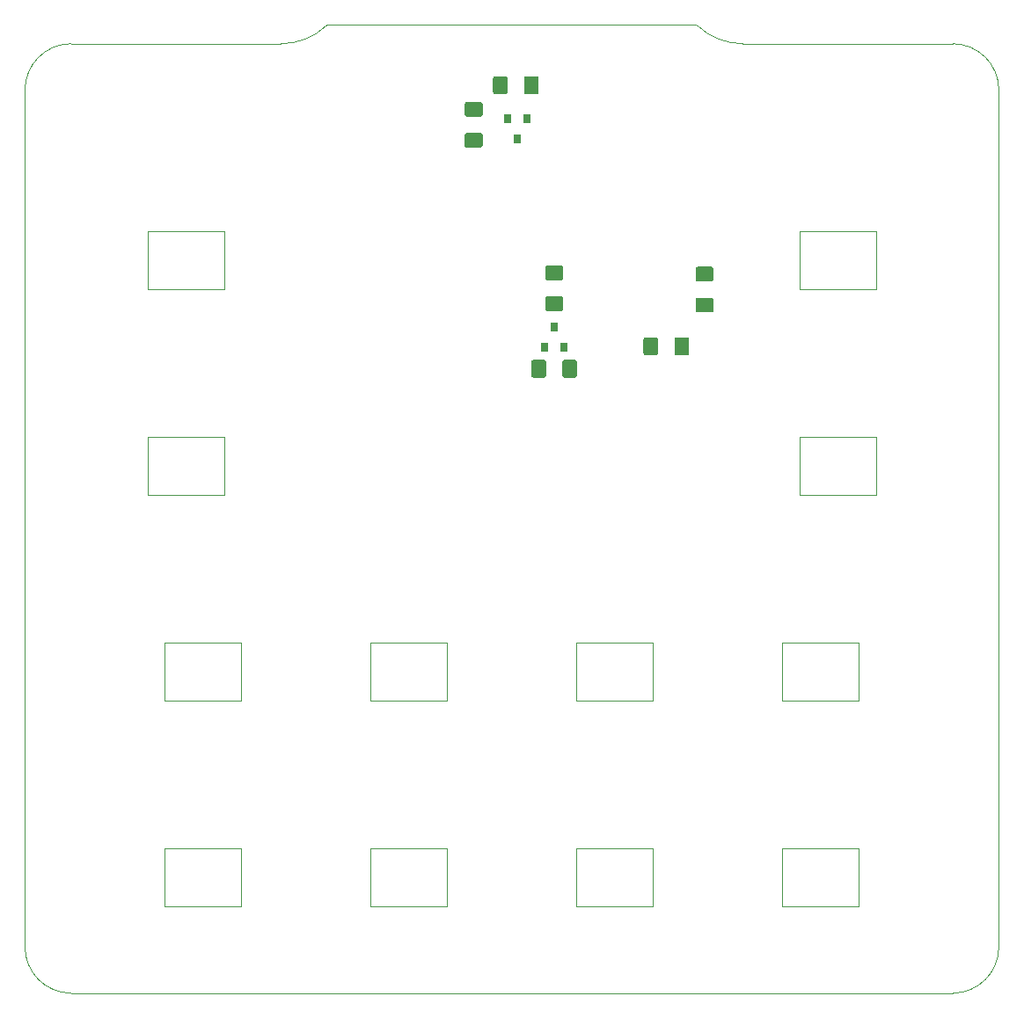
<source format=gbr>
G04 #@! TF.GenerationSoftware,KiCad,Pcbnew,(5.1.5)-3*
G04 #@! TF.CreationDate,2020-06-30T23:50:15-07:00*
G04 #@! TF.ProjectId,keypadV2,6b657970-6164-4563-922e-6b696361645f,rev?*
G04 #@! TF.SameCoordinates,Original*
G04 #@! TF.FileFunction,Paste,Top*
G04 #@! TF.FilePolarity,Positive*
%FSLAX46Y46*%
G04 Gerber Fmt 4.6, Leading zero omitted, Abs format (unit mm)*
G04 Created by KiCad (PCBNEW (5.1.5)-3) date 2020-06-30 23:50:15*
%MOMM*%
%LPD*%
G04 APERTURE LIST*
%ADD10C,0.050000*%
%ADD11C,0.120000*%
%ADD12C,0.100000*%
%ADD13R,0.800000X0.900000*%
G04 APERTURE END LIST*
D10*
X154178000Y-69024500D02*
X154178000Y-63436500D01*
X146812000Y-69024500D02*
X154178000Y-69024500D01*
X154178000Y-63436500D02*
X146812000Y-63436500D01*
X146812000Y-63436500D02*
X146812000Y-69024500D01*
X154178000Y-88836500D02*
X154178000Y-83248500D01*
X146812000Y-88836500D02*
X154178000Y-88836500D01*
X154178000Y-83248500D02*
X146812000Y-83248500D01*
X146812000Y-83248500D02*
X146812000Y-88836500D01*
X155829000Y-108648500D02*
X155829000Y-103060500D01*
X148463000Y-108648500D02*
X155829000Y-108648500D01*
X155829000Y-103060500D02*
X148463000Y-103060500D01*
X148463000Y-103060500D02*
X148463000Y-108648500D01*
X155829000Y-128460500D02*
X155829000Y-122872500D01*
X148463000Y-128460500D02*
X155829000Y-128460500D01*
X155829000Y-122872500D02*
X148463000Y-122872500D01*
X148463000Y-122872500D02*
X148463000Y-128460500D01*
X175641000Y-128460500D02*
X175641000Y-122872500D01*
X168275000Y-128460500D02*
X175641000Y-128460500D01*
X175641000Y-122872500D02*
X168275000Y-122872500D01*
X168275000Y-122872500D02*
X168275000Y-128460500D01*
X175641000Y-108648500D02*
X175641000Y-103060500D01*
X168275000Y-108648500D02*
X175641000Y-108648500D01*
X175641000Y-103060500D02*
X168275000Y-103060500D01*
X168275000Y-103060500D02*
X168275000Y-108648500D01*
X195453000Y-108648500D02*
X195453000Y-103060500D01*
X188087000Y-108648500D02*
X195453000Y-108648500D01*
X195453000Y-103060500D02*
X188087000Y-103060500D01*
X188087000Y-103060500D02*
X188087000Y-108648500D01*
X195453000Y-128460500D02*
X195453000Y-122872500D01*
X188087000Y-128460500D02*
X195453000Y-128460500D01*
X195453000Y-122872500D02*
X188087000Y-122872500D01*
X188087000Y-122872500D02*
X188087000Y-128460500D01*
X215265000Y-128460500D02*
X215265000Y-122872500D01*
X207899000Y-128460500D02*
X215265000Y-128460500D01*
X215265000Y-122872500D02*
X207899000Y-122872500D01*
X207899000Y-122872500D02*
X207899000Y-128460500D01*
X215265000Y-108648500D02*
X215265000Y-103060500D01*
X207899000Y-108648500D02*
X215265000Y-108648500D01*
X215265000Y-103060500D02*
X207899000Y-103060500D01*
X207899000Y-103060500D02*
X207899000Y-108648500D01*
X216916000Y-83248500D02*
X209550000Y-83248500D01*
X209550000Y-88836500D02*
X216916000Y-88836500D01*
X216916000Y-88836500D02*
X216916000Y-83248500D01*
X209550000Y-83248500D02*
X209550000Y-88836500D01*
X216916000Y-69024500D02*
X216916000Y-63436500D01*
X209550000Y-69024500D02*
X216916000Y-69024500D01*
X209550000Y-63436500D02*
X209550000Y-69024500D01*
X216916000Y-63436500D02*
X209550000Y-63436500D01*
X224282000Y-45402500D02*
X204089000Y-45402500D01*
X199459533Y-43557442D02*
X164268467Y-43557442D01*
X199728941Y-43669034D02*
G75*
G03X204089000Y-45402500I4360059J4616534D01*
G01*
X199728941Y-43669034D02*
G75*
G03X199459533Y-43557442I-269408J-269408D01*
G01*
X163999059Y-43669034D02*
G75*
G02X164268467Y-43557442I269408J-269408D01*
G01*
X163999059Y-43669034D02*
G75*
G02X159639000Y-45402500I-4360059J4616534D01*
G01*
X139446000Y-45402500D02*
X159639000Y-45402500D01*
X135001000Y-49847500D02*
X135001000Y-132397500D01*
X224282000Y-136842500D02*
X139446000Y-136842500D01*
X228727000Y-49847500D02*
X228727000Y-132397500D01*
D11*
X135001000Y-49847500D02*
G75*
G02X139446000Y-45402500I4445000J0D01*
G01*
X224282000Y-45402500D02*
G75*
G02X228727000Y-49847500I0J-4445000D01*
G01*
X228727000Y-132397500D02*
G75*
G02X224282000Y-136842500I-4445000J0D01*
G01*
X139446000Y-136842500D02*
G75*
G02X135001000Y-132397500I0J4445000D01*
G01*
D12*
G36*
X201055504Y-69864204D02*
G01*
X201079773Y-69867804D01*
X201103571Y-69873765D01*
X201126671Y-69882030D01*
X201148849Y-69892520D01*
X201169893Y-69905133D01*
X201189598Y-69919747D01*
X201207777Y-69936223D01*
X201224253Y-69954402D01*
X201238867Y-69974107D01*
X201251480Y-69995151D01*
X201261970Y-70017329D01*
X201270235Y-70040429D01*
X201276196Y-70064227D01*
X201279796Y-70088496D01*
X201281000Y-70113000D01*
X201281000Y-71038000D01*
X201279796Y-71062504D01*
X201276196Y-71086773D01*
X201270235Y-71110571D01*
X201261970Y-71133671D01*
X201251480Y-71155849D01*
X201238867Y-71176893D01*
X201224253Y-71196598D01*
X201207777Y-71214777D01*
X201189598Y-71231253D01*
X201169893Y-71245867D01*
X201148849Y-71258480D01*
X201126671Y-71268970D01*
X201103571Y-71277235D01*
X201079773Y-71283196D01*
X201055504Y-71286796D01*
X201031000Y-71288000D01*
X199781000Y-71288000D01*
X199756496Y-71286796D01*
X199732227Y-71283196D01*
X199708429Y-71277235D01*
X199685329Y-71268970D01*
X199663151Y-71258480D01*
X199642107Y-71245867D01*
X199622402Y-71231253D01*
X199604223Y-71214777D01*
X199587747Y-71196598D01*
X199573133Y-71176893D01*
X199560520Y-71155849D01*
X199550030Y-71133671D01*
X199541765Y-71110571D01*
X199535804Y-71086773D01*
X199532204Y-71062504D01*
X199531000Y-71038000D01*
X199531000Y-70113000D01*
X199532204Y-70088496D01*
X199535804Y-70064227D01*
X199541765Y-70040429D01*
X199550030Y-70017329D01*
X199560520Y-69995151D01*
X199573133Y-69974107D01*
X199587747Y-69954402D01*
X199604223Y-69936223D01*
X199622402Y-69919747D01*
X199642107Y-69905133D01*
X199663151Y-69892520D01*
X199685329Y-69882030D01*
X199708429Y-69873765D01*
X199732227Y-69867804D01*
X199756496Y-69864204D01*
X199781000Y-69863000D01*
X201031000Y-69863000D01*
X201055504Y-69864204D01*
G37*
G36*
X201055504Y-66889204D02*
G01*
X201079773Y-66892804D01*
X201103571Y-66898765D01*
X201126671Y-66907030D01*
X201148849Y-66917520D01*
X201169893Y-66930133D01*
X201189598Y-66944747D01*
X201207777Y-66961223D01*
X201224253Y-66979402D01*
X201238867Y-66999107D01*
X201251480Y-67020151D01*
X201261970Y-67042329D01*
X201270235Y-67065429D01*
X201276196Y-67089227D01*
X201279796Y-67113496D01*
X201281000Y-67138000D01*
X201281000Y-68063000D01*
X201279796Y-68087504D01*
X201276196Y-68111773D01*
X201270235Y-68135571D01*
X201261970Y-68158671D01*
X201251480Y-68180849D01*
X201238867Y-68201893D01*
X201224253Y-68221598D01*
X201207777Y-68239777D01*
X201189598Y-68256253D01*
X201169893Y-68270867D01*
X201148849Y-68283480D01*
X201126671Y-68293970D01*
X201103571Y-68302235D01*
X201079773Y-68308196D01*
X201055504Y-68311796D01*
X201031000Y-68313000D01*
X199781000Y-68313000D01*
X199756496Y-68311796D01*
X199732227Y-68308196D01*
X199708429Y-68302235D01*
X199685329Y-68293970D01*
X199663151Y-68283480D01*
X199642107Y-68270867D01*
X199622402Y-68256253D01*
X199604223Y-68239777D01*
X199587747Y-68221598D01*
X199573133Y-68201893D01*
X199560520Y-68180849D01*
X199550030Y-68158671D01*
X199541765Y-68135571D01*
X199535804Y-68111773D01*
X199532204Y-68087504D01*
X199531000Y-68063000D01*
X199531000Y-67138000D01*
X199532204Y-67113496D01*
X199535804Y-67089227D01*
X199541765Y-67065429D01*
X199550030Y-67042329D01*
X199560520Y-67020151D01*
X199573133Y-66999107D01*
X199587747Y-66979402D01*
X199604223Y-66961223D01*
X199622402Y-66944747D01*
X199642107Y-66930133D01*
X199663151Y-66917520D01*
X199685329Y-66907030D01*
X199708429Y-66898765D01*
X199732227Y-66892804D01*
X199756496Y-66889204D01*
X199781000Y-66888000D01*
X201031000Y-66888000D01*
X201055504Y-66889204D01*
G37*
D13*
X183322000Y-52594000D03*
X181422000Y-52594000D03*
X182372000Y-54594000D03*
D12*
G36*
X184219504Y-48529204D02*
G01*
X184243773Y-48532804D01*
X184267571Y-48538765D01*
X184290671Y-48547030D01*
X184312849Y-48557520D01*
X184333893Y-48570133D01*
X184353598Y-48584747D01*
X184371777Y-48601223D01*
X184388253Y-48619402D01*
X184402867Y-48639107D01*
X184415480Y-48660151D01*
X184425970Y-48682329D01*
X184434235Y-48705429D01*
X184440196Y-48729227D01*
X184443796Y-48753496D01*
X184445000Y-48778000D01*
X184445000Y-50028000D01*
X184443796Y-50052504D01*
X184440196Y-50076773D01*
X184434235Y-50100571D01*
X184425970Y-50123671D01*
X184415480Y-50145849D01*
X184402867Y-50166893D01*
X184388253Y-50186598D01*
X184371777Y-50204777D01*
X184353598Y-50221253D01*
X184333893Y-50235867D01*
X184312849Y-50248480D01*
X184290671Y-50258970D01*
X184267571Y-50267235D01*
X184243773Y-50273196D01*
X184219504Y-50276796D01*
X184195000Y-50278000D01*
X183270000Y-50278000D01*
X183245496Y-50276796D01*
X183221227Y-50273196D01*
X183197429Y-50267235D01*
X183174329Y-50258970D01*
X183152151Y-50248480D01*
X183131107Y-50235867D01*
X183111402Y-50221253D01*
X183093223Y-50204777D01*
X183076747Y-50186598D01*
X183062133Y-50166893D01*
X183049520Y-50145849D01*
X183039030Y-50123671D01*
X183030765Y-50100571D01*
X183024804Y-50076773D01*
X183021204Y-50052504D01*
X183020000Y-50028000D01*
X183020000Y-48778000D01*
X183021204Y-48753496D01*
X183024804Y-48729227D01*
X183030765Y-48705429D01*
X183039030Y-48682329D01*
X183049520Y-48660151D01*
X183062133Y-48639107D01*
X183076747Y-48619402D01*
X183093223Y-48601223D01*
X183111402Y-48584747D01*
X183131107Y-48570133D01*
X183152151Y-48557520D01*
X183174329Y-48547030D01*
X183197429Y-48538765D01*
X183221227Y-48532804D01*
X183245496Y-48529204D01*
X183270000Y-48528000D01*
X184195000Y-48528000D01*
X184219504Y-48529204D01*
G37*
G36*
X181244504Y-48529204D02*
G01*
X181268773Y-48532804D01*
X181292571Y-48538765D01*
X181315671Y-48547030D01*
X181337849Y-48557520D01*
X181358893Y-48570133D01*
X181378598Y-48584747D01*
X181396777Y-48601223D01*
X181413253Y-48619402D01*
X181427867Y-48639107D01*
X181440480Y-48660151D01*
X181450970Y-48682329D01*
X181459235Y-48705429D01*
X181465196Y-48729227D01*
X181468796Y-48753496D01*
X181470000Y-48778000D01*
X181470000Y-50028000D01*
X181468796Y-50052504D01*
X181465196Y-50076773D01*
X181459235Y-50100571D01*
X181450970Y-50123671D01*
X181440480Y-50145849D01*
X181427867Y-50166893D01*
X181413253Y-50186598D01*
X181396777Y-50204777D01*
X181378598Y-50221253D01*
X181358893Y-50235867D01*
X181337849Y-50248480D01*
X181315671Y-50258970D01*
X181292571Y-50267235D01*
X181268773Y-50273196D01*
X181244504Y-50276796D01*
X181220000Y-50278000D01*
X180295000Y-50278000D01*
X180270496Y-50276796D01*
X180246227Y-50273196D01*
X180222429Y-50267235D01*
X180199329Y-50258970D01*
X180177151Y-50248480D01*
X180156107Y-50235867D01*
X180136402Y-50221253D01*
X180118223Y-50204777D01*
X180101747Y-50186598D01*
X180087133Y-50166893D01*
X180074520Y-50145849D01*
X180064030Y-50123671D01*
X180055765Y-50100571D01*
X180049804Y-50076773D01*
X180046204Y-50052504D01*
X180045000Y-50028000D01*
X180045000Y-48778000D01*
X180046204Y-48753496D01*
X180049804Y-48729227D01*
X180055765Y-48705429D01*
X180064030Y-48682329D01*
X180074520Y-48660151D01*
X180087133Y-48639107D01*
X180101747Y-48619402D01*
X180118223Y-48601223D01*
X180136402Y-48584747D01*
X180156107Y-48570133D01*
X180177151Y-48557520D01*
X180199329Y-48547030D01*
X180222429Y-48538765D01*
X180246227Y-48532804D01*
X180270496Y-48529204D01*
X180295000Y-48528000D01*
X181220000Y-48528000D01*
X181244504Y-48529204D01*
G37*
G36*
X178830504Y-53989204D02*
G01*
X178854773Y-53992804D01*
X178878571Y-53998765D01*
X178901671Y-54007030D01*
X178923849Y-54017520D01*
X178944893Y-54030133D01*
X178964598Y-54044747D01*
X178982777Y-54061223D01*
X178999253Y-54079402D01*
X179013867Y-54099107D01*
X179026480Y-54120151D01*
X179036970Y-54142329D01*
X179045235Y-54165429D01*
X179051196Y-54189227D01*
X179054796Y-54213496D01*
X179056000Y-54238000D01*
X179056000Y-55163000D01*
X179054796Y-55187504D01*
X179051196Y-55211773D01*
X179045235Y-55235571D01*
X179036970Y-55258671D01*
X179026480Y-55280849D01*
X179013867Y-55301893D01*
X178999253Y-55321598D01*
X178982777Y-55339777D01*
X178964598Y-55356253D01*
X178944893Y-55370867D01*
X178923849Y-55383480D01*
X178901671Y-55393970D01*
X178878571Y-55402235D01*
X178854773Y-55408196D01*
X178830504Y-55411796D01*
X178806000Y-55413000D01*
X177556000Y-55413000D01*
X177531496Y-55411796D01*
X177507227Y-55408196D01*
X177483429Y-55402235D01*
X177460329Y-55393970D01*
X177438151Y-55383480D01*
X177417107Y-55370867D01*
X177397402Y-55356253D01*
X177379223Y-55339777D01*
X177362747Y-55321598D01*
X177348133Y-55301893D01*
X177335520Y-55280849D01*
X177325030Y-55258671D01*
X177316765Y-55235571D01*
X177310804Y-55211773D01*
X177307204Y-55187504D01*
X177306000Y-55163000D01*
X177306000Y-54238000D01*
X177307204Y-54213496D01*
X177310804Y-54189227D01*
X177316765Y-54165429D01*
X177325030Y-54142329D01*
X177335520Y-54120151D01*
X177348133Y-54099107D01*
X177362747Y-54079402D01*
X177379223Y-54061223D01*
X177397402Y-54044747D01*
X177417107Y-54030133D01*
X177438151Y-54017520D01*
X177460329Y-54007030D01*
X177483429Y-53998765D01*
X177507227Y-53992804D01*
X177531496Y-53989204D01*
X177556000Y-53988000D01*
X178806000Y-53988000D01*
X178830504Y-53989204D01*
G37*
G36*
X178830504Y-51014204D02*
G01*
X178854773Y-51017804D01*
X178878571Y-51023765D01*
X178901671Y-51032030D01*
X178923849Y-51042520D01*
X178944893Y-51055133D01*
X178964598Y-51069747D01*
X178982777Y-51086223D01*
X178999253Y-51104402D01*
X179013867Y-51124107D01*
X179026480Y-51145151D01*
X179036970Y-51167329D01*
X179045235Y-51190429D01*
X179051196Y-51214227D01*
X179054796Y-51238496D01*
X179056000Y-51263000D01*
X179056000Y-52188000D01*
X179054796Y-52212504D01*
X179051196Y-52236773D01*
X179045235Y-52260571D01*
X179036970Y-52283671D01*
X179026480Y-52305849D01*
X179013867Y-52326893D01*
X178999253Y-52346598D01*
X178982777Y-52364777D01*
X178964598Y-52381253D01*
X178944893Y-52395867D01*
X178923849Y-52408480D01*
X178901671Y-52418970D01*
X178878571Y-52427235D01*
X178854773Y-52433196D01*
X178830504Y-52436796D01*
X178806000Y-52438000D01*
X177556000Y-52438000D01*
X177531496Y-52436796D01*
X177507227Y-52433196D01*
X177483429Y-52427235D01*
X177460329Y-52418970D01*
X177438151Y-52408480D01*
X177417107Y-52395867D01*
X177397402Y-52381253D01*
X177379223Y-52364777D01*
X177362747Y-52346598D01*
X177348133Y-52326893D01*
X177335520Y-52305849D01*
X177325030Y-52283671D01*
X177316765Y-52260571D01*
X177310804Y-52236773D01*
X177307204Y-52212504D01*
X177306000Y-52188000D01*
X177306000Y-51263000D01*
X177307204Y-51238496D01*
X177310804Y-51214227D01*
X177316765Y-51190429D01*
X177325030Y-51167329D01*
X177335520Y-51145151D01*
X177348133Y-51124107D01*
X177362747Y-51104402D01*
X177379223Y-51086223D01*
X177397402Y-51069747D01*
X177417107Y-51055133D01*
X177438151Y-51042520D01*
X177460329Y-51032030D01*
X177483429Y-51023765D01*
X177507227Y-51017804D01*
X177531496Y-51014204D01*
X177556000Y-51013000D01*
X178806000Y-51013000D01*
X178830504Y-51014204D01*
G37*
D13*
X184978000Y-74660000D03*
X186878000Y-74660000D03*
X185928000Y-72660000D03*
D12*
G36*
X198697504Y-73675204D02*
G01*
X198721773Y-73678804D01*
X198745571Y-73684765D01*
X198768671Y-73693030D01*
X198790849Y-73703520D01*
X198811893Y-73716133D01*
X198831598Y-73730747D01*
X198849777Y-73747223D01*
X198866253Y-73765402D01*
X198880867Y-73785107D01*
X198893480Y-73806151D01*
X198903970Y-73828329D01*
X198912235Y-73851429D01*
X198918196Y-73875227D01*
X198921796Y-73899496D01*
X198923000Y-73924000D01*
X198923000Y-75174000D01*
X198921796Y-75198504D01*
X198918196Y-75222773D01*
X198912235Y-75246571D01*
X198903970Y-75269671D01*
X198893480Y-75291849D01*
X198880867Y-75312893D01*
X198866253Y-75332598D01*
X198849777Y-75350777D01*
X198831598Y-75367253D01*
X198811893Y-75381867D01*
X198790849Y-75394480D01*
X198768671Y-75404970D01*
X198745571Y-75413235D01*
X198721773Y-75419196D01*
X198697504Y-75422796D01*
X198673000Y-75424000D01*
X197748000Y-75424000D01*
X197723496Y-75422796D01*
X197699227Y-75419196D01*
X197675429Y-75413235D01*
X197652329Y-75404970D01*
X197630151Y-75394480D01*
X197609107Y-75381867D01*
X197589402Y-75367253D01*
X197571223Y-75350777D01*
X197554747Y-75332598D01*
X197540133Y-75312893D01*
X197527520Y-75291849D01*
X197517030Y-75269671D01*
X197508765Y-75246571D01*
X197502804Y-75222773D01*
X197499204Y-75198504D01*
X197498000Y-75174000D01*
X197498000Y-73924000D01*
X197499204Y-73899496D01*
X197502804Y-73875227D01*
X197508765Y-73851429D01*
X197517030Y-73828329D01*
X197527520Y-73806151D01*
X197540133Y-73785107D01*
X197554747Y-73765402D01*
X197571223Y-73747223D01*
X197589402Y-73730747D01*
X197609107Y-73716133D01*
X197630151Y-73703520D01*
X197652329Y-73693030D01*
X197675429Y-73684765D01*
X197699227Y-73678804D01*
X197723496Y-73675204D01*
X197748000Y-73674000D01*
X198673000Y-73674000D01*
X198697504Y-73675204D01*
G37*
G36*
X195722504Y-73675204D02*
G01*
X195746773Y-73678804D01*
X195770571Y-73684765D01*
X195793671Y-73693030D01*
X195815849Y-73703520D01*
X195836893Y-73716133D01*
X195856598Y-73730747D01*
X195874777Y-73747223D01*
X195891253Y-73765402D01*
X195905867Y-73785107D01*
X195918480Y-73806151D01*
X195928970Y-73828329D01*
X195937235Y-73851429D01*
X195943196Y-73875227D01*
X195946796Y-73899496D01*
X195948000Y-73924000D01*
X195948000Y-75174000D01*
X195946796Y-75198504D01*
X195943196Y-75222773D01*
X195937235Y-75246571D01*
X195928970Y-75269671D01*
X195918480Y-75291849D01*
X195905867Y-75312893D01*
X195891253Y-75332598D01*
X195874777Y-75350777D01*
X195856598Y-75367253D01*
X195836893Y-75381867D01*
X195815849Y-75394480D01*
X195793671Y-75404970D01*
X195770571Y-75413235D01*
X195746773Y-75419196D01*
X195722504Y-75422796D01*
X195698000Y-75424000D01*
X194773000Y-75424000D01*
X194748496Y-75422796D01*
X194724227Y-75419196D01*
X194700429Y-75413235D01*
X194677329Y-75404970D01*
X194655151Y-75394480D01*
X194634107Y-75381867D01*
X194614402Y-75367253D01*
X194596223Y-75350777D01*
X194579747Y-75332598D01*
X194565133Y-75312893D01*
X194552520Y-75291849D01*
X194542030Y-75269671D01*
X194533765Y-75246571D01*
X194527804Y-75222773D01*
X194524204Y-75198504D01*
X194523000Y-75174000D01*
X194523000Y-73924000D01*
X194524204Y-73899496D01*
X194527804Y-73875227D01*
X194533765Y-73851429D01*
X194542030Y-73828329D01*
X194552520Y-73806151D01*
X194565133Y-73785107D01*
X194579747Y-73765402D01*
X194596223Y-73747223D01*
X194614402Y-73730747D01*
X194634107Y-73716133D01*
X194655151Y-73703520D01*
X194677329Y-73693030D01*
X194700429Y-73684765D01*
X194724227Y-73678804D01*
X194748496Y-73675204D01*
X194773000Y-73674000D01*
X195698000Y-73674000D01*
X195722504Y-73675204D01*
G37*
G36*
X184927504Y-75834204D02*
G01*
X184951773Y-75837804D01*
X184975571Y-75843765D01*
X184998671Y-75852030D01*
X185020849Y-75862520D01*
X185041893Y-75875133D01*
X185061598Y-75889747D01*
X185079777Y-75906223D01*
X185096253Y-75924402D01*
X185110867Y-75944107D01*
X185123480Y-75965151D01*
X185133970Y-75987329D01*
X185142235Y-76010429D01*
X185148196Y-76034227D01*
X185151796Y-76058496D01*
X185153000Y-76083000D01*
X185153000Y-77333000D01*
X185151796Y-77357504D01*
X185148196Y-77381773D01*
X185142235Y-77405571D01*
X185133970Y-77428671D01*
X185123480Y-77450849D01*
X185110867Y-77471893D01*
X185096253Y-77491598D01*
X185079777Y-77509777D01*
X185061598Y-77526253D01*
X185041893Y-77540867D01*
X185020849Y-77553480D01*
X184998671Y-77563970D01*
X184975571Y-77572235D01*
X184951773Y-77578196D01*
X184927504Y-77581796D01*
X184903000Y-77583000D01*
X183978000Y-77583000D01*
X183953496Y-77581796D01*
X183929227Y-77578196D01*
X183905429Y-77572235D01*
X183882329Y-77563970D01*
X183860151Y-77553480D01*
X183839107Y-77540867D01*
X183819402Y-77526253D01*
X183801223Y-77509777D01*
X183784747Y-77491598D01*
X183770133Y-77471893D01*
X183757520Y-77450849D01*
X183747030Y-77428671D01*
X183738765Y-77405571D01*
X183732804Y-77381773D01*
X183729204Y-77357504D01*
X183728000Y-77333000D01*
X183728000Y-76083000D01*
X183729204Y-76058496D01*
X183732804Y-76034227D01*
X183738765Y-76010429D01*
X183747030Y-75987329D01*
X183757520Y-75965151D01*
X183770133Y-75944107D01*
X183784747Y-75924402D01*
X183801223Y-75906223D01*
X183819402Y-75889747D01*
X183839107Y-75875133D01*
X183860151Y-75862520D01*
X183882329Y-75852030D01*
X183905429Y-75843765D01*
X183929227Y-75837804D01*
X183953496Y-75834204D01*
X183978000Y-75833000D01*
X184903000Y-75833000D01*
X184927504Y-75834204D01*
G37*
G36*
X187902504Y-75834204D02*
G01*
X187926773Y-75837804D01*
X187950571Y-75843765D01*
X187973671Y-75852030D01*
X187995849Y-75862520D01*
X188016893Y-75875133D01*
X188036598Y-75889747D01*
X188054777Y-75906223D01*
X188071253Y-75924402D01*
X188085867Y-75944107D01*
X188098480Y-75965151D01*
X188108970Y-75987329D01*
X188117235Y-76010429D01*
X188123196Y-76034227D01*
X188126796Y-76058496D01*
X188128000Y-76083000D01*
X188128000Y-77333000D01*
X188126796Y-77357504D01*
X188123196Y-77381773D01*
X188117235Y-77405571D01*
X188108970Y-77428671D01*
X188098480Y-77450849D01*
X188085867Y-77471893D01*
X188071253Y-77491598D01*
X188054777Y-77509777D01*
X188036598Y-77526253D01*
X188016893Y-77540867D01*
X187995849Y-77553480D01*
X187973671Y-77563970D01*
X187950571Y-77572235D01*
X187926773Y-77578196D01*
X187902504Y-77581796D01*
X187878000Y-77583000D01*
X186953000Y-77583000D01*
X186928496Y-77581796D01*
X186904227Y-77578196D01*
X186880429Y-77572235D01*
X186857329Y-77563970D01*
X186835151Y-77553480D01*
X186814107Y-77540867D01*
X186794402Y-77526253D01*
X186776223Y-77509777D01*
X186759747Y-77491598D01*
X186745133Y-77471893D01*
X186732520Y-77450849D01*
X186722030Y-77428671D01*
X186713765Y-77405571D01*
X186707804Y-77381773D01*
X186704204Y-77357504D01*
X186703000Y-77333000D01*
X186703000Y-76083000D01*
X186704204Y-76058496D01*
X186707804Y-76034227D01*
X186713765Y-76010429D01*
X186722030Y-75987329D01*
X186732520Y-75965151D01*
X186745133Y-75944107D01*
X186759747Y-75924402D01*
X186776223Y-75906223D01*
X186794402Y-75889747D01*
X186814107Y-75875133D01*
X186835151Y-75862520D01*
X186857329Y-75852030D01*
X186880429Y-75843765D01*
X186904227Y-75837804D01*
X186928496Y-75834204D01*
X186953000Y-75833000D01*
X187878000Y-75833000D01*
X187902504Y-75834204D01*
G37*
G36*
X186577504Y-69737204D02*
G01*
X186601773Y-69740804D01*
X186625571Y-69746765D01*
X186648671Y-69755030D01*
X186670849Y-69765520D01*
X186691893Y-69778133D01*
X186711598Y-69792747D01*
X186729777Y-69809223D01*
X186746253Y-69827402D01*
X186760867Y-69847107D01*
X186773480Y-69868151D01*
X186783970Y-69890329D01*
X186792235Y-69913429D01*
X186798196Y-69937227D01*
X186801796Y-69961496D01*
X186803000Y-69986000D01*
X186803000Y-70911000D01*
X186801796Y-70935504D01*
X186798196Y-70959773D01*
X186792235Y-70983571D01*
X186783970Y-71006671D01*
X186773480Y-71028849D01*
X186760867Y-71049893D01*
X186746253Y-71069598D01*
X186729777Y-71087777D01*
X186711598Y-71104253D01*
X186691893Y-71118867D01*
X186670849Y-71131480D01*
X186648671Y-71141970D01*
X186625571Y-71150235D01*
X186601773Y-71156196D01*
X186577504Y-71159796D01*
X186553000Y-71161000D01*
X185303000Y-71161000D01*
X185278496Y-71159796D01*
X185254227Y-71156196D01*
X185230429Y-71150235D01*
X185207329Y-71141970D01*
X185185151Y-71131480D01*
X185164107Y-71118867D01*
X185144402Y-71104253D01*
X185126223Y-71087777D01*
X185109747Y-71069598D01*
X185095133Y-71049893D01*
X185082520Y-71028849D01*
X185072030Y-71006671D01*
X185063765Y-70983571D01*
X185057804Y-70959773D01*
X185054204Y-70935504D01*
X185053000Y-70911000D01*
X185053000Y-69986000D01*
X185054204Y-69961496D01*
X185057804Y-69937227D01*
X185063765Y-69913429D01*
X185072030Y-69890329D01*
X185082520Y-69868151D01*
X185095133Y-69847107D01*
X185109747Y-69827402D01*
X185126223Y-69809223D01*
X185144402Y-69792747D01*
X185164107Y-69778133D01*
X185185151Y-69765520D01*
X185207329Y-69755030D01*
X185230429Y-69746765D01*
X185254227Y-69740804D01*
X185278496Y-69737204D01*
X185303000Y-69736000D01*
X186553000Y-69736000D01*
X186577504Y-69737204D01*
G37*
G36*
X186577504Y-66762204D02*
G01*
X186601773Y-66765804D01*
X186625571Y-66771765D01*
X186648671Y-66780030D01*
X186670849Y-66790520D01*
X186691893Y-66803133D01*
X186711598Y-66817747D01*
X186729777Y-66834223D01*
X186746253Y-66852402D01*
X186760867Y-66872107D01*
X186773480Y-66893151D01*
X186783970Y-66915329D01*
X186792235Y-66938429D01*
X186798196Y-66962227D01*
X186801796Y-66986496D01*
X186803000Y-67011000D01*
X186803000Y-67936000D01*
X186801796Y-67960504D01*
X186798196Y-67984773D01*
X186792235Y-68008571D01*
X186783970Y-68031671D01*
X186773480Y-68053849D01*
X186760867Y-68074893D01*
X186746253Y-68094598D01*
X186729777Y-68112777D01*
X186711598Y-68129253D01*
X186691893Y-68143867D01*
X186670849Y-68156480D01*
X186648671Y-68166970D01*
X186625571Y-68175235D01*
X186601773Y-68181196D01*
X186577504Y-68184796D01*
X186553000Y-68186000D01*
X185303000Y-68186000D01*
X185278496Y-68184796D01*
X185254227Y-68181196D01*
X185230429Y-68175235D01*
X185207329Y-68166970D01*
X185185151Y-68156480D01*
X185164107Y-68143867D01*
X185144402Y-68129253D01*
X185126223Y-68112777D01*
X185109747Y-68094598D01*
X185095133Y-68074893D01*
X185082520Y-68053849D01*
X185072030Y-68031671D01*
X185063765Y-68008571D01*
X185057804Y-67984773D01*
X185054204Y-67960504D01*
X185053000Y-67936000D01*
X185053000Y-67011000D01*
X185054204Y-66986496D01*
X185057804Y-66962227D01*
X185063765Y-66938429D01*
X185072030Y-66915329D01*
X185082520Y-66893151D01*
X185095133Y-66872107D01*
X185109747Y-66852402D01*
X185126223Y-66834223D01*
X185144402Y-66817747D01*
X185164107Y-66803133D01*
X185185151Y-66790520D01*
X185207329Y-66780030D01*
X185230429Y-66771765D01*
X185254227Y-66765804D01*
X185278496Y-66762204D01*
X185303000Y-66761000D01*
X186553000Y-66761000D01*
X186577504Y-66762204D01*
G37*
M02*

</source>
